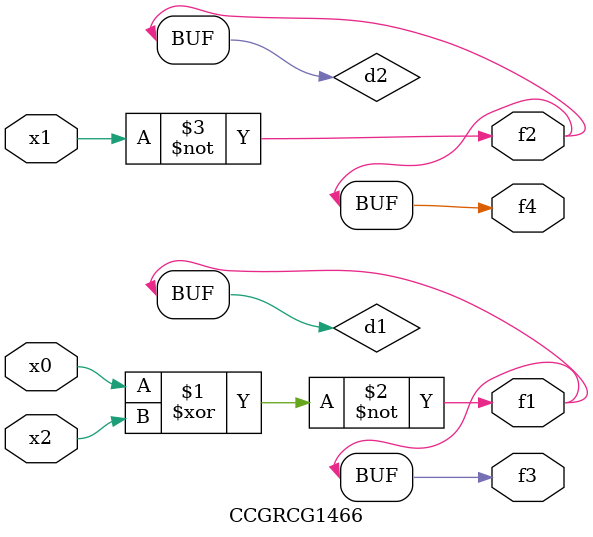
<source format=v>
module CCGRCG1466(
	input x0, x1, x2,
	output f1, f2, f3, f4
);

	wire d1, d2, d3;

	xnor (d1, x0, x2);
	nand (d2, x1);
	nor (d3, x1, x2);
	assign f1 = d1;
	assign f2 = d2;
	assign f3 = d1;
	assign f4 = d2;
endmodule

</source>
